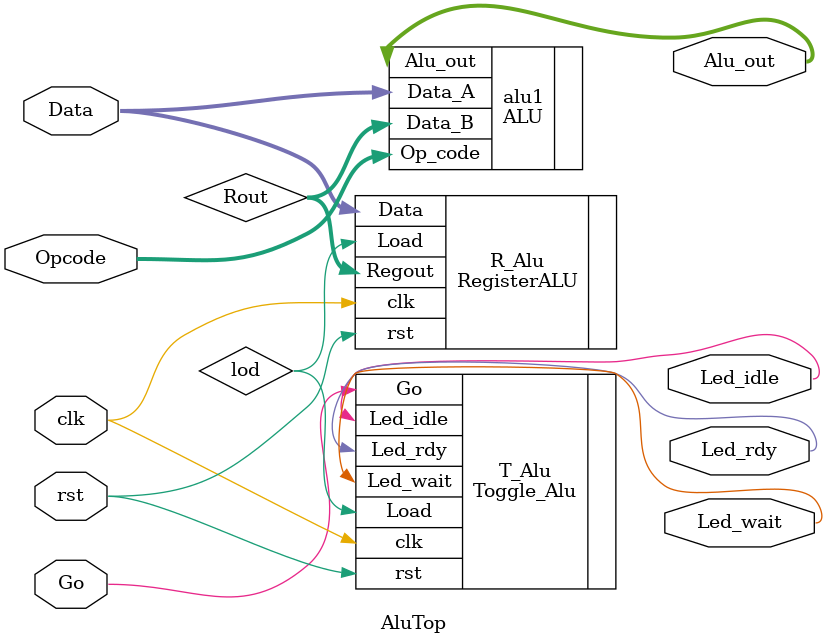
<source format=v>
module AluTop(
input [2:0] Opcode,
input[3:0] Data,
input Go, clk, rst,
output [4:0]Alu_out,
output Led_idle,Led_wait,Led_rdy
    );
wire lod;
wire [3:0]Rout;
////////////////////////TOP MODULE ARCHITECTURE\\\\\\\\\\\\\\\\\\\\	 
ALU alu1(
.Data_A(Data),
.Data_B(Rout),
.Op_code(Opcode),
.Alu_out(Alu_out) 
    );

RegisterALU R_Alu(
.clk(clk),
.rst(rst),
.Load(lod),
.Data(Data),
.Regout(Rout)
    );
	 
Toggle_Alu T_Alu(
.Go(Go),
.clk(clk),
.rst(rst),
.Load(lod),
.Led_idle(Led_idle), 
.Led_wait(Led_wait), 
.Led_rdy (Led_rdy)
);

endmodule

</source>
